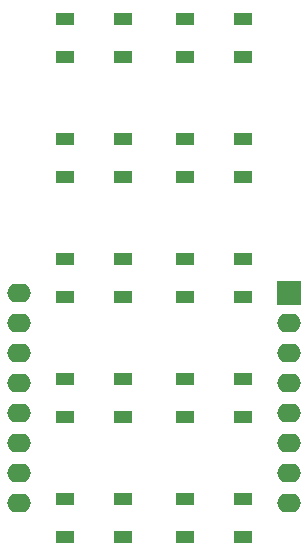
<source format=gbr>
%TF.GenerationSoftware,KiCad,Pcbnew,(5.1.7)-1*%
%TF.CreationDate,2020-11-03T00:11:48-08:00*%
%TF.ProjectId,testpcb,74657374-7063-4622-9e6b-696361645f70,rev?*%
%TF.SameCoordinates,Original*%
%TF.FileFunction,Soldermask,Top*%
%TF.FilePolarity,Negative*%
%FSLAX46Y46*%
G04 Gerber Fmt 4.6, Leading zero omitted, Abs format (unit mm)*
G04 Created by KiCad (PCBNEW (5.1.7)-1) date 2020-11-03 00:11:48*
%MOMM*%
%LPD*%
G01*
G04 APERTURE LIST*
%ADD10R,1.500000X1.000000*%
%ADD11O,2.000000X1.600000*%
%ADD12R,2.000000X2.000000*%
G04 APERTURE END LIST*
D10*
%TO.C,devon*%
X52160000Y-124130000D03*
X52160000Y-127330000D03*
X57060000Y-124130000D03*
X57060000Y-127330000D03*
%TD*%
D11*
%TO.C,U1*%
X48260000Y-116840000D03*
X48260000Y-119380000D03*
X48260000Y-121920000D03*
X48260000Y-124460000D03*
X48260000Y-127000000D03*
X48260000Y-129540000D03*
X48260000Y-132080000D03*
X48260000Y-134620000D03*
X71120000Y-134620000D03*
X71120000Y-132080000D03*
X71120000Y-129540000D03*
X71120000Y-127000000D03*
X71120000Y-124460000D03*
X71120000Y-121920000D03*
D12*
X71120000Y-116840000D03*
D11*
X71120000Y-119380000D03*
%TD*%
D10*
%TO.C,patrick*%
X62320000Y-103810000D03*
X62320000Y-107010000D03*
X67220000Y-103810000D03*
X67220000Y-107010000D03*
%TD*%
%TO.C,owen*%
X52160000Y-103810000D03*
X52160000Y-107010000D03*
X57060000Y-103810000D03*
X57060000Y-107010000D03*
%TD*%
%TO.C,keon*%
X62320000Y-134290000D03*
X62320000Y-137490000D03*
X67220000Y-134290000D03*
X67220000Y-137490000D03*
%TD*%
%TO.C,isabelle*%
X52160000Y-134290000D03*
X52160000Y-137490000D03*
X57060000Y-134290000D03*
X57060000Y-137490000D03*
%TD*%
%TO.C,gil*%
X62320000Y-113970000D03*
X62320000Y-117170000D03*
X67220000Y-113970000D03*
X67220000Y-117170000D03*
%TD*%
%TO.C,chinmai*%
X52160000Y-93650000D03*
X52160000Y-96850000D03*
X57060000Y-93650000D03*
X57060000Y-96850000D03*
%TD*%
%TO.C,billa*%
X62320000Y-93650000D03*
X62320000Y-96850000D03*
X67220000Y-93650000D03*
X67220000Y-96850000D03*
%TD*%
%TO.C,amrita*%
X52160000Y-113970000D03*
X52160000Y-117170000D03*
X57060000Y-113970000D03*
X57060000Y-117170000D03*
%TD*%
%TO.C,vasco*%
X62320000Y-124130000D03*
X62320000Y-127330000D03*
X67220000Y-124130000D03*
X67220000Y-127330000D03*
%TD*%
M02*

</source>
